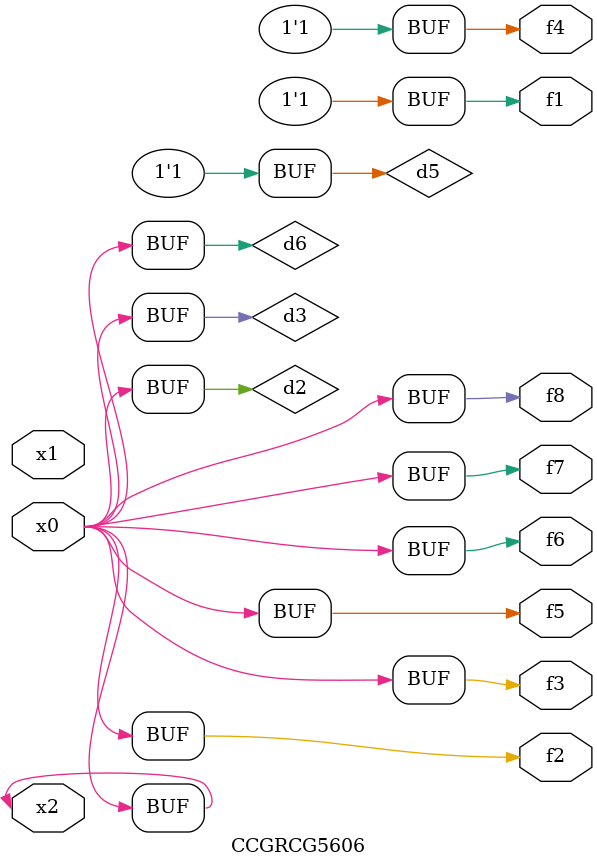
<source format=v>
module CCGRCG5606(
	input x0, x1, x2,
	output f1, f2, f3, f4, f5, f6, f7, f8
);

	wire d1, d2, d3, d4, d5, d6;

	xnor (d1, x2);
	buf (d2, x0, x2);
	and (d3, x0);
	xnor (d4, x1, x2);
	nand (d5, d1, d3);
	buf (d6, d2, d3);
	assign f1 = d5;
	assign f2 = d6;
	assign f3 = d6;
	assign f4 = d5;
	assign f5 = d6;
	assign f6 = d6;
	assign f7 = d6;
	assign f8 = d6;
endmodule

</source>
